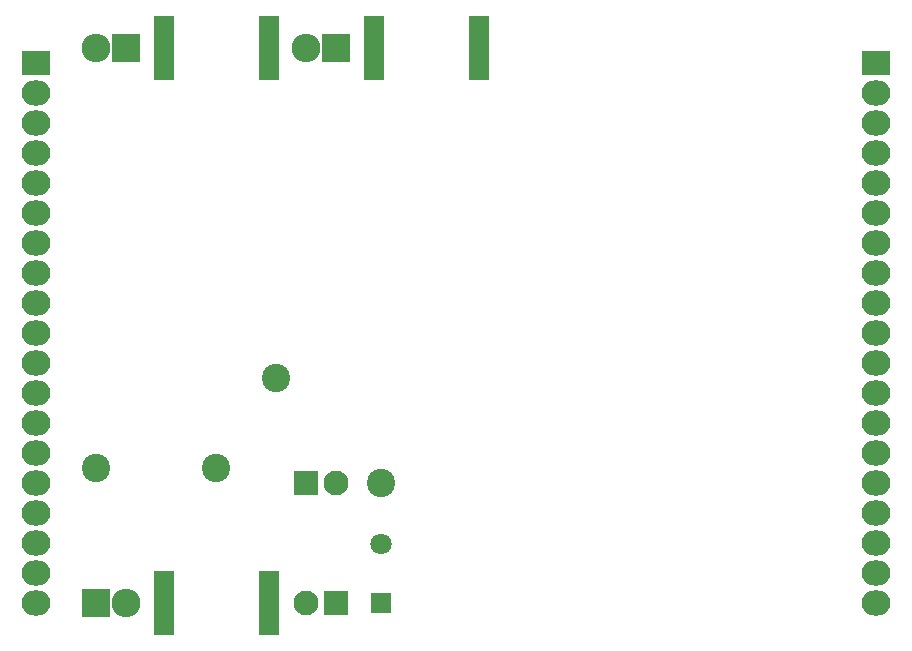
<source format=gbr>
G04 #@! TF.FileFunction,Soldermask,Bot*
%FSLAX46Y46*%
G04 Gerber Fmt 4.6, Leading zero omitted, Abs format (unit mm)*
G04 Created by KiCad (PCBNEW 4.0.3+e1-6302~38~ubuntu16.04.1-stable) date Thu Aug 25 17:22:32 2016*
%MOMM*%
%LPD*%
G01*
G04 APERTURE LIST*
%ADD10C,0.100000*%
%ADD11R,1.800000X1.800000*%
%ADD12C,1.800000*%
%ADD13C,2.099260*%
%ADD14R,2.099260X2.099260*%
%ADD15R,2.432000X2.432000*%
%ADD16O,2.432000X2.432000*%
%ADD17C,2.398980*%
%ADD18C,2.400000*%
%ADD19R,1.670000X5.480000*%
%ADD20R,2.432000X2.127200*%
%ADD21O,2.432000X2.127200*%
G04 APERTURE END LIST*
D10*
D11*
X102870000Y-124460000D03*
D12*
X102870000Y-119460000D03*
D13*
X96522540Y-124460520D03*
D14*
X96522540Y-114300520D03*
D13*
X99057460Y-114299480D03*
D14*
X99057460Y-124459480D03*
D15*
X78740000Y-124460000D03*
D16*
X81280000Y-124460000D03*
D15*
X81280000Y-77470000D03*
D16*
X78740000Y-77470000D03*
D15*
X99060000Y-77470000D03*
D16*
X96520000Y-77470000D03*
D17*
X78740000Y-113030000D03*
X88900000Y-113030000D03*
D18*
X102870000Y-114300000D03*
X93980000Y-105410000D03*
D19*
X111125000Y-77470000D03*
X102235000Y-77470000D03*
X93345000Y-77470000D03*
X84455000Y-77470000D03*
X84455000Y-124460000D03*
X93345000Y-124460000D03*
D20*
X73660000Y-78740000D03*
D21*
X73660000Y-81280000D03*
X73660000Y-83820000D03*
X73660000Y-86360000D03*
X73660000Y-88900000D03*
X73660000Y-91440000D03*
X73660000Y-93980000D03*
X73660000Y-96520000D03*
X73660000Y-99060000D03*
X73660000Y-101600000D03*
X73660000Y-104140000D03*
X73660000Y-106680000D03*
X73660000Y-109220000D03*
X73660000Y-111760000D03*
X73660000Y-114300000D03*
X73660000Y-116840000D03*
X73660000Y-119380000D03*
X73660000Y-121920000D03*
X73660000Y-124460000D03*
D20*
X144780000Y-78740000D03*
D21*
X144780000Y-81280000D03*
X144780000Y-83820000D03*
X144780000Y-86360000D03*
X144780000Y-88900000D03*
X144780000Y-91440000D03*
X144780000Y-93980000D03*
X144780000Y-96520000D03*
X144780000Y-99060000D03*
X144780000Y-101600000D03*
X144780000Y-104140000D03*
X144780000Y-106680000D03*
X144780000Y-109220000D03*
X144780000Y-111760000D03*
X144780000Y-114300000D03*
X144780000Y-116840000D03*
X144780000Y-119380000D03*
X144780000Y-121920000D03*
X144780000Y-124460000D03*
M02*

</source>
